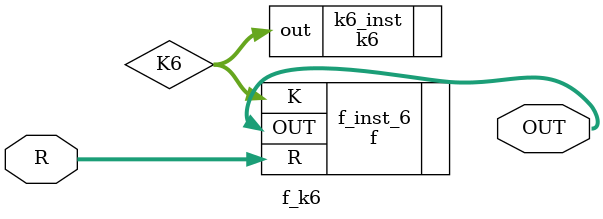
<source format=v>
/**
 * Round function del round 6: funzione f(R, K)
 *
 * Utilizza R5 del round precedente e K6
 * per calcolare il valore (facendo lo XOR con L5) di R6.
*/

module f_k6(
    input [32:1] R,
    output [32:1] OUT
);

    wire [48:1] K6;
    k6 k6_inst(
        .out(K6[48:1])
    );

    f f_inst_6(
        .R(R[32:1]),
        .K(K6[48:1]),
        .OUT(OUT[32:1])
    );
endmodule

</source>
